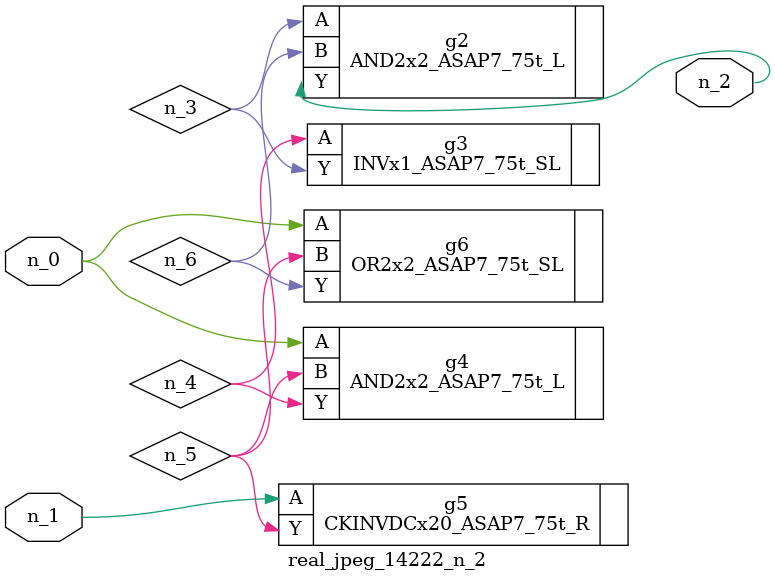
<source format=v>
module real_jpeg_14222_n_2 (n_1, n_0, n_2);

input n_1;
input n_0;

output n_2;

wire n_5;
wire n_4;
wire n_6;
wire n_3;

AND2x2_ASAP7_75t_L g4 ( 
.A(n_0),
.B(n_5),
.Y(n_4)
);

OR2x2_ASAP7_75t_SL g6 ( 
.A(n_0),
.B(n_5),
.Y(n_6)
);

CKINVDCx20_ASAP7_75t_R g5 ( 
.A(n_1),
.Y(n_5)
);

AND2x2_ASAP7_75t_L g2 ( 
.A(n_3),
.B(n_6),
.Y(n_2)
);

INVx1_ASAP7_75t_SL g3 ( 
.A(n_4),
.Y(n_3)
);


endmodule
</source>
